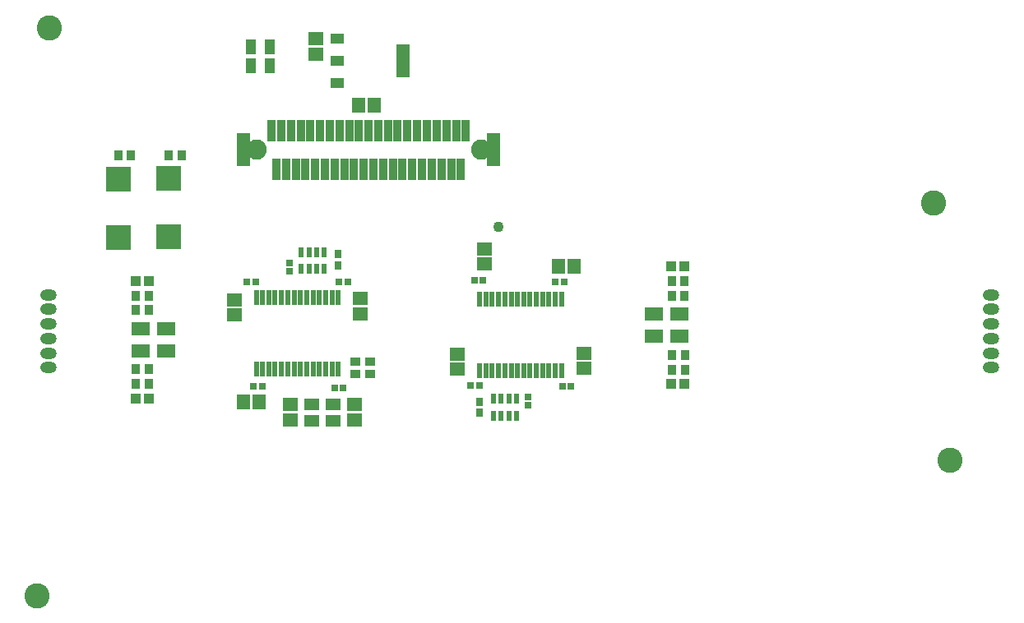
<source format=gts>
G04*
G04 #@! TF.GenerationSoftware,Altium Limited,Altium Designer,21.8.1 (53)*
G04*
G04 Layer_Color=8388736*
%FSLAX25Y25*%
%MOIN*%
G70*
G04*
G04 #@! TF.SameCoordinates,C51AC878-C841-4A90-9CA5-41AFAFBE50B8*
G04*
G04*
G04 #@! TF.FilePolarity,Negative*
G04*
G01*
G75*
%ADD38R,0.10046X0.10439*%
%ADD39R,0.05912X0.05518*%
%ADD40R,0.02762X0.02920*%
%ADD41R,0.01872X0.06272*%
%ADD42R,0.04140X0.03747*%
%ADD43R,0.03943X0.04337*%
%ADD44R,0.05518X0.05912*%
%ADD45R,0.05518X0.13195*%
%ADD46R,0.05518X0.04140*%
%ADD47R,0.04400X0.05900*%
%ADD48R,0.03747X0.04140*%
%ADD49R,0.07487X0.05243*%
%ADD50R,0.02920X0.02762*%
%ADD51R,0.02172X0.03943*%
%ADD52R,0.02762X0.03353*%
%ADD53R,0.05912X0.05124*%
%ADD54R,0.05500X0.13800*%
%ADD55R,0.03200X0.08600*%
%ADD56O,0.06699X0.04731*%
%ADD57C,0.04332*%
%ADD58C,0.10243*%
%ADD59C,0.08200*%
D38*
X295669Y318307D02*
D03*
Y294488D02*
D03*
X316142Y294685D02*
D03*
X316142Y318504D02*
D03*
D39*
X444065Y289961D02*
D03*
Y283661D02*
D03*
X433071Y241012D02*
D03*
Y247311D02*
D03*
X393701Y263386D02*
D03*
Y269685D02*
D03*
X342520Y262992D02*
D03*
Y269291D02*
D03*
X484223Y247638D02*
D03*
Y241339D02*
D03*
X375590Y375197D02*
D03*
Y368898D02*
D03*
X391339Y226772D02*
D03*
Y220472D02*
D03*
X365354Y220472D02*
D03*
Y226772D02*
D03*
D40*
X438403Y234417D02*
D03*
X441868D02*
D03*
X475561Y234252D02*
D03*
X479026D02*
D03*
X385039Y276378D02*
D03*
X388504D02*
D03*
X351181D02*
D03*
X347716D02*
D03*
X386772Y233465D02*
D03*
X383307D02*
D03*
X439971Y277165D02*
D03*
X443435D02*
D03*
X350472Y234252D02*
D03*
X353937D02*
D03*
X476270Y276378D02*
D03*
X472806D02*
D03*
D41*
X442032Y269618D02*
D03*
X444532D02*
D03*
X447132D02*
D03*
X449632D02*
D03*
X452232D02*
D03*
X454832D02*
D03*
X457332D02*
D03*
X459932D02*
D03*
X462432D02*
D03*
X465032D02*
D03*
X467632D02*
D03*
X470132D02*
D03*
X472732D02*
D03*
X475232D02*
D03*
Y240618D02*
D03*
X472732D02*
D03*
X470132D02*
D03*
X467632D02*
D03*
X465032D02*
D03*
X462432D02*
D03*
X459932D02*
D03*
X457332D02*
D03*
X454832D02*
D03*
X452232D02*
D03*
X449632D02*
D03*
X447132D02*
D03*
X444532D02*
D03*
X442032D02*
D03*
X384710Y270012D02*
D03*
X382210D02*
D03*
X379610D02*
D03*
X377110D02*
D03*
X374510Y270012D02*
D03*
X371910Y270012D02*
D03*
X369410D02*
D03*
X366810D02*
D03*
X364310D02*
D03*
X361710Y270012D02*
D03*
X359110Y270012D02*
D03*
X356610D02*
D03*
X354010D02*
D03*
X351510D02*
D03*
Y241012D02*
D03*
X354010D02*
D03*
X356610D02*
D03*
X359110D02*
D03*
X361710D02*
D03*
X364310D02*
D03*
X366810D02*
D03*
X369410D02*
D03*
X371910D02*
D03*
X374510D02*
D03*
X377110D02*
D03*
X379610D02*
D03*
X382210D02*
D03*
X384710D02*
D03*
D42*
X397638Y239173D02*
D03*
X397638Y244291D02*
D03*
X391732Y244291D02*
D03*
Y239173D02*
D03*
D43*
X302559Y229201D02*
D03*
X307874Y229201D02*
D03*
X524902Y282677D02*
D03*
X519587D02*
D03*
X302756Y276839D02*
D03*
X308071D02*
D03*
X524902Y235039D02*
D03*
X519587D02*
D03*
D44*
X352756Y227953D02*
D03*
X346457D02*
D03*
X473987Y282677D02*
D03*
X480286D02*
D03*
X399213Y348031D02*
D03*
X392913D02*
D03*
D45*
X410827Y366142D02*
D03*
D46*
X384449Y357126D02*
D03*
Y366142D02*
D03*
Y375157D02*
D03*
D47*
X356850Y364173D02*
D03*
X349450D02*
D03*
X356850Y371654D02*
D03*
X349450D02*
D03*
D48*
X302756Y265028D02*
D03*
X307874D02*
D03*
X302756Y235106D02*
D03*
X307874D02*
D03*
X525079Y276772D02*
D03*
X519961D02*
D03*
X302756Y241012D02*
D03*
X307874D02*
D03*
X525000Y270866D02*
D03*
X519882Y270866D02*
D03*
X302756Y270933D02*
D03*
X307874D02*
D03*
X525197Y240945D02*
D03*
X520079D02*
D03*
X525197Y246850D02*
D03*
X520079D02*
D03*
X295669Y327953D02*
D03*
X300787D02*
D03*
X316142D02*
D03*
X321260D02*
D03*
D49*
X315039Y248492D02*
D03*
X304724Y248492D02*
D03*
X512795Y263386D02*
D03*
X523110Y263386D02*
D03*
X315039Y257547D02*
D03*
X304724Y257547D02*
D03*
X512717Y254331D02*
D03*
X523032Y254331D02*
D03*
D50*
X364961Y280709D02*
D03*
Y284173D02*
D03*
X461782Y229921D02*
D03*
Y226457D02*
D03*
D51*
X450758Y222307D02*
D03*
X447609D02*
D03*
X457058D02*
D03*
X453908D02*
D03*
X453908Y229000D02*
D03*
X457058D02*
D03*
X447609D02*
D03*
X450758D02*
D03*
X372835Y288386D02*
D03*
X369685D02*
D03*
X379134D02*
D03*
X375984D02*
D03*
Y281693D02*
D03*
X379134D02*
D03*
X369685D02*
D03*
X372835D02*
D03*
D52*
X384646Y283169D02*
D03*
Y287697D02*
D03*
X442115Y227953D02*
D03*
Y223425D02*
D03*
D53*
X374016Y220276D02*
D03*
Y226969D02*
D03*
X382677Y220276D02*
D03*
Y226969D02*
D03*
D54*
X447594Y329999D02*
D03*
X346394Y329999D02*
D03*
D55*
X357695Y337699D02*
D03*
X359594Y322299D02*
D03*
X361595Y337699D02*
D03*
X363595Y322299D02*
D03*
X365494Y337699D02*
D03*
X367495Y322299D02*
D03*
X369495Y337699D02*
D03*
X371394Y322299D02*
D03*
X373394Y337699D02*
D03*
X375395Y322299D02*
D03*
X377294Y337699D02*
D03*
X379294Y322299D02*
D03*
X381294Y337699D02*
D03*
X383295Y322299D02*
D03*
X385194Y337699D02*
D03*
X387194Y322299D02*
D03*
X389194Y337699D02*
D03*
X391094Y322299D02*
D03*
X393094Y337699D02*
D03*
X395094Y322299D02*
D03*
X396994Y337699D02*
D03*
X398994Y322299D02*
D03*
X400994Y337699D02*
D03*
X402894Y322299D02*
D03*
X404894Y337699D02*
D03*
X406894Y322299D02*
D03*
X408794Y337699D02*
D03*
X410794Y322299D02*
D03*
X412794Y337699D02*
D03*
X414694Y322299D02*
D03*
X416694Y337699D02*
D03*
X418694Y322299D02*
D03*
X420694Y337699D02*
D03*
X422594Y322299D02*
D03*
X424594Y337699D02*
D03*
X426594Y322299D02*
D03*
X428494Y337699D02*
D03*
X430494Y322299D02*
D03*
X432494Y337699D02*
D03*
X434395Y322299D02*
D03*
X436395Y337699D02*
D03*
D56*
X649446Y241732D02*
D03*
Y247638D02*
D03*
Y253543D02*
D03*
Y259449D02*
D03*
Y265354D02*
D03*
Y271260D02*
D03*
X267323D02*
D03*
Y253543D02*
D03*
Y247638D02*
D03*
Y241732D02*
D03*
Y259449D02*
D03*
Y265354D02*
D03*
D57*
X449606Y298819D02*
D03*
D58*
X626034Y308346D02*
D03*
X632727Y204016D02*
D03*
X262648Y149291D02*
D03*
X267766Y379606D02*
D03*
D59*
X442494Y329999D02*
D03*
X351594Y329999D02*
D03*
M02*

</source>
